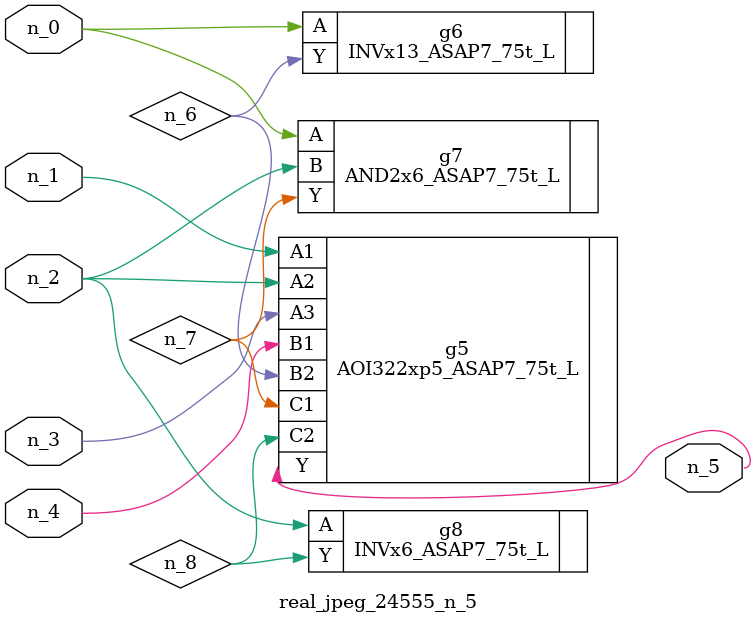
<source format=v>
module real_jpeg_24555_n_5 (n_4, n_0, n_1, n_2, n_3, n_5);

input n_4;
input n_0;
input n_1;
input n_2;
input n_3;

output n_5;

wire n_8;
wire n_6;
wire n_7;

INVx13_ASAP7_75t_L g6 ( 
.A(n_0),
.Y(n_6)
);

AND2x6_ASAP7_75t_L g7 ( 
.A(n_0),
.B(n_2),
.Y(n_7)
);

AOI322xp5_ASAP7_75t_L g5 ( 
.A1(n_1),
.A2(n_2),
.A3(n_3),
.B1(n_4),
.B2(n_6),
.C1(n_7),
.C2(n_8),
.Y(n_5)
);

INVx6_ASAP7_75t_L g8 ( 
.A(n_2),
.Y(n_8)
);


endmodule
</source>
